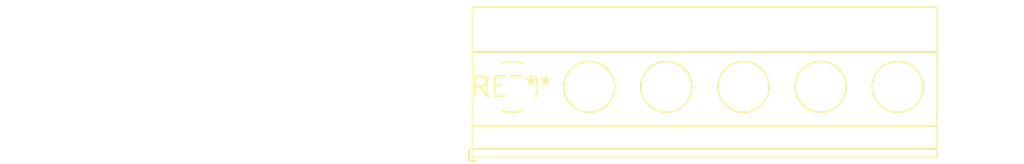
<source format=kicad_pcb>
(kicad_pcb (version 20240108) (generator pcbnew)
  (layers (0 "F.Cu" signal) (31 "B.Cu" signal) (34 "B.Paste" user) (35 "F.Paste" user) (36 "B.SilkS" user "B.Silkscreen") (37 "F.SilkS" user "F.Silkscreen") (38 "B.Mask" user) (39 "F.Mask" user) (44 "Edge.Cuts" user))
  (net 0 "")
  (footprint "TerminalBlock_Phoenix_MKDS-1,5-6-5.08_1x06_P5.08mm_Horizontal" (layer "F.Cu") (at 0 0)
    (property "Reference" "REF**")
    (property "Value" "TerminalBlock_Phoenix_MKDS-1,5-6-5.08_1x06_P5.08mm_Horizontal")
    (fp_line (start -2.84 4.16) (end -2.84 4.9) (layer "F.SilkS") (stroke (width 0.12)))
    (fp_line (start -2.84 4.9) (end -2.34 4.9) (layer "F.SilkS") (stroke (width 0.12)))
    (fp_line (start -2.6 -5.261) (end -2.6 4.66) (layer "F.SilkS") (stroke (width 0.12)))
    (fp_line (start -2.6 -5.261) (end 28 -5.261) (layer "F.SilkS") (stroke (width 0.12)))
    (fp_line (start -2.6 -2.301) (end 28 -2.301) (layer "F.SilkS") (stroke (width 0.12)))
    (fp_line (start -2.6 2.6) (end 28 2.6) (layer "F.SilkS") (stroke (width 0.12)))
    (fp_line (start -2.6 4.1) (end 28 4.1) (layer "F.SilkS") (stroke (width 0.12)))
    (fp_line (start -2.6 4.66) (end 28 4.66) (layer "F.SilkS") (stroke (width 0.12)))
    (fp_line (start 3.853 1.023) (end 3.806 1.069) (layer "F.SilkS") (stroke (width 0.12)))
    (fp_line (start 4.046 1.239) (end 4.011 1.274) (layer "F.SilkS") (stroke (width 0.12)))
    (fp_line (start 6.15 -1.275) (end 6.115 -1.239) (layer "F.SilkS") (stroke (width 0.12)))
    (fp_line (start 6.355 -1.069) (end 6.308 -1.023) (layer "F.SilkS") (stroke (width 0.12)))
    (fp_line (start 8.933 1.023) (end 8.886 1.069) (layer "F.SilkS") (stroke (width 0.12)))
    (fp_line (start 9.126 1.239) (end 9.091 1.274) (layer "F.SilkS") (stroke (width 0.12)))
    (fp_line (start 11.23 -1.275) (end 11.195 -1.239) (layer "F.SilkS") (stroke (width 0.12)))
    (fp_line (start 11.435 -1.069) (end 11.388 -1.023) (layer "F.SilkS") (stroke (width 0.12)))
    (fp_line (start 14.013 1.023) (end 13.966 1.069) (layer "F.SilkS") (stroke (width 0.12)))
    (fp_line (start 14.206 1.239) (end 14.171 1.274) (layer "F.SilkS") (stroke (width 0.12)))
    (fp_line (start 16.31 -1.275) (end 16.275 -1.239) (layer "F.SilkS") (stroke (width 0.12)))
    (fp_line (start 16.515 -1.069) (end 16.468 -1.023) (layer "F.SilkS") (stroke (width 0.12)))
    (fp_line (start 19.093 1.023) (end 19.046 1.069) (layer "F.SilkS") (stroke (width 0.12)))
    (fp_line (start 19.286 1.239) (end 19.251 1.274) (layer "F.SilkS") (stroke (width 0.12)))
    (fp_line (start 21.39 -1.275) (end 21.355 -1.239) (layer "F.SilkS") (stroke (width 0.12)))
    (fp_line (start 21.595 -1.069) (end 21.548 -1.023) (layer "F.SilkS") (stroke (width 0.12)))
    (fp_line (start 24.173 1.023) (end 24.126 1.069) (layer "F.SilkS") (stroke (width 0.12)))
    (fp_line (start 24.366 1.239) (end 24.331 1.274) (layer "F.SilkS") (stroke (width 0.12)))
    (fp_line (start 26.47 -1.275) (end 26.435 -1.239) (layer "F.SilkS") (stroke (width 0.12)))
    (fp_line (start 26.675 -1.069) (end 26.628 -1.023) (layer "F.SilkS") (stroke (width 0.12)))
    (fp_line (start 28 -5.261) (end 28 4.66) (layer "F.SilkS") (stroke (width 0.12)))
    (fp_arc (start -1.535427 0.683042) (mid -1.680501 -0.000524) (end -1.535 -0.684) (layer "F.SilkS") (stroke (width 0.12)))
    (fp_arc (start -0.683042 -1.535427) (mid 0.000524 -1.680501) (end 0.684 -1.535) (layer "F.SilkS") (stroke (width 0.12)))
    (fp_arc (start 0.028805 1.680253) (mid -0.335551 1.646659) (end -0.684 1.535) (layer "F.SilkS") (stroke (width 0.12)))
    (fp_arc (start 0.683318 1.534756) (mid 0.349292 1.643288) (end 0 1.68) (layer "F.SilkS") (stroke (width 0.12)))
    (fp_arc (start 1.535427 -0.683042) (mid 1.680501 0.000524) (end 1.535 0.684) (layer "F.SilkS") (stroke (width 0.12)))
    (fp_circle (center 5.08 0) (end 6.76 0) (layer "F.SilkS") (stroke (width 0.12)) (fill none))
    (fp_circle (center 10.16 0) (end 11.84 0) (layer "F.SilkS") (stroke (width 0.12)) (fill none))
    (fp_circle (center 15.24 0) (end 16.92 0) (layer "F.SilkS") (stroke (width 0.12)) (fill none))
    (fp_circle (center 20.32 0) (end 22 0) (layer "F.SilkS") (stroke (width 0.12)) (fill none))
    (fp_circle (center 25.4 0) (end 27.08 0) (layer "F.SilkS") (stroke (width 0.12)) (fill none))
    (pad "1" thru_hole rect (at 0 0) (size 2.6 2.6) (drill 1.3) (layers *.Cu *.Mask) (remove_unused_layers))
    (pad "2" thru_hole circle (at 5.08 0) (size 2.6 2.6) (drill 1.3) (layers *.Cu *.Mask) (remove_unused_layers))
    (pad "3" thru_hole circle (at 10.16 0) (size 2.6 2.6) (drill 1.3) (layers *.Cu *.Mask) (remove_unused_layers))
    (pad "4" thru_hole circle (at 15.24 0) (size 2.6 2.6) (drill 1.3) (layers *.Cu *.Mask) (remove_unused_layers))
    (pad "5" thru_hole circle (at 20.32 0) (size 2.6 2.6) (drill 1.3) (layers *.Cu *.Mask) (remove_unused_layers))
    (pad "6" thru_hole circle (at 25.4 0) (size 2.6 2.6) (drill 1.3) (layers *.Cu *.Mask) (remove_unused_layers))
  )
)
</source>
